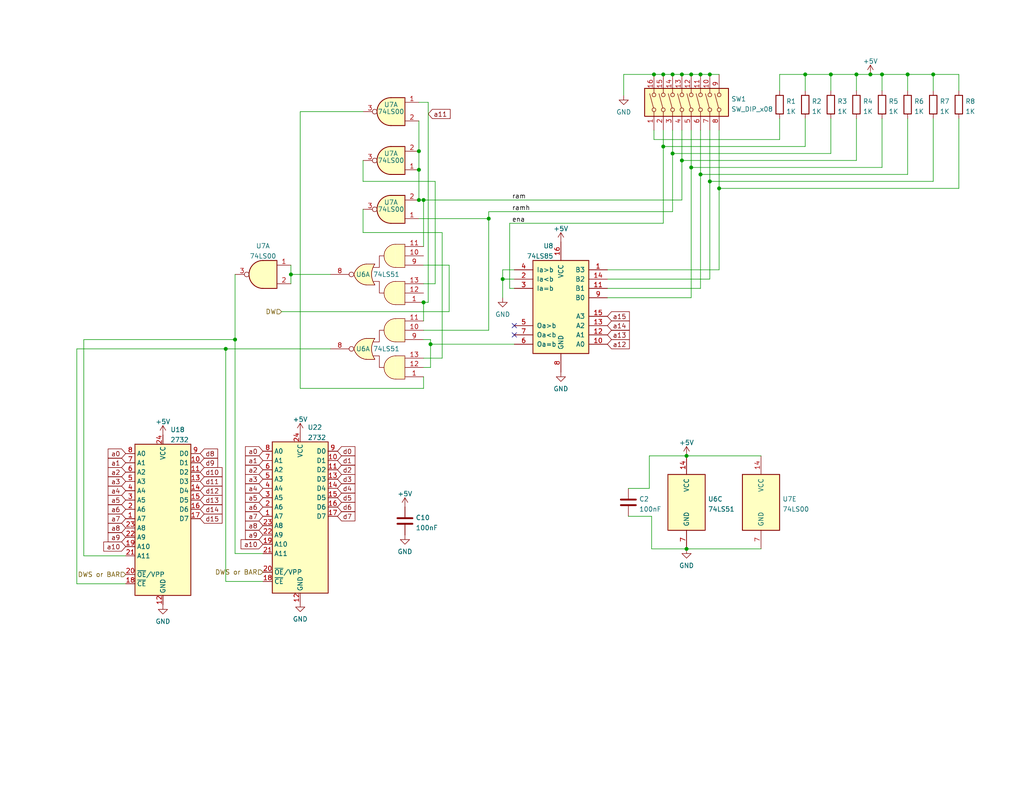
<source format=kicad_sch>
(kicad_sch (version 20211123) (generator eeschema)
  (paper "A")
  (lib_symbols
    (symbol "2732_1"
      (property "Reference" "U" (at -7.62 21.59 0))
      (property "Value" "2732_1" (at 2.54 -22.225 0))
      (symbol "2732_1_1_1"
        (rectangle (start -7.62 20.32) (end 7.62 -20.955) (stroke (width 0.254)) (fill (type background)))
        (pin input line (at -10.16 0 0) (length 2.54) (name "A7") (number "1"))
        (pin tri_state line (at 10.16 15.24 180) (length 2.54) (name "D1") (number "10"))
        (pin tri_state line (at 10.16 12.7 180) (length 2.54) (name "D2") (number "11"))
        (pin power_in line (at 0 -23.495 90) (length 2.54) (name "GND") (number "12"))
        (pin tri_state line (at 10.16 10.16 180) (length 2.54) (name "D3") (number "13"))
        (pin tri_state line (at 10.16 7.62 180) (length 2.54) (name "D4") (number "14"))
        (pin tri_state line (at 10.16 5.08 180) (length 2.54) (name "D5") (number "15"))
        (pin tri_state line (at 10.16 2.54 180) (length 2.54) (name "D6") (number "16"))
        (pin tri_state line (at 10.16 0 180) (length 2.54) (name "D7") (number "17"))
        (pin input line (at -10.16 -17.78 0) (length 2.54) (name "~{CE}") (number "18"))
        (pin input line (at -10.16 -7.62 0) (length 2.54) (name "A10") (number "19"))
        (pin input line (at -10.16 2.54 0) (length 2.54) (name "A6") (number "2"))
        (pin input line (at -10.16 -15.24 0) (length 2.54) (name "~{OE}/VPP") (number "20"))
        (pin input line (at -10.16 -10.16 0) (length 2.54) (name "A11") (number "21"))
        (pin input line (at -10.16 -5.08 0) (length 2.54) (name "A9") (number "22"))
        (pin input line (at -10.16 -2.54 0) (length 2.54) (name "A8") (number "23"))
        (pin power_in line (at 0 22.86 270) (length 2.54) (name "VCC") (number "24"))
        (pin input line (at -10.16 5.08 0) (length 2.54) (name "A5") (number "3"))
        (pin input line (at -10.16 7.62 0) (length 2.54) (name "A4") (number "4"))
        (pin input line (at -10.16 10.16 0) (length 2.54) (name "A3") (number "5"))
        (pin input line (at -10.16 12.7 0) (length 2.54) (name "A2") (number "6"))
        (pin input line (at -10.16 15.24 0) (length 2.54) (name "A1") (number "7"))
        (pin input line (at -10.16 17.78 0) (length 2.54) (name "A0") (number "8"))
        (pin tri_state line (at 10.16 17.78 180) (length 2.54) (name "D0") (number "9"))
      )
    )
    (symbol "2732_2"
      (property "Reference" "U" (at -7.62 21.59 0))
      (property "Value" "2732_2" (at 2.54 -22.225 0))
      (symbol "2732_2_1_1"
        (rectangle (start -7.62 20.32) (end 7.62 -20.955) (stroke (width 0.254)) (fill (type background)))
        (pin input line (at -10.16 0 0) (length 2.54) (name "A7") (number "1"))
        (pin tri_state line (at 10.16 15.24 180) (length 2.54) (name "D1") (number "10"))
        (pin tri_state line (at 10.16 12.7 180) (length 2.54) (name "D2") (number "11"))
        (pin power_in line (at 0 -23.495 90) (length 2.54) (name "GND") (number "12"))
        (pin tri_state line (at 10.16 10.16 180) (length 2.54) (name "D3") (number "13"))
        (pin tri_state line (at 10.16 7.62 180) (length 2.54) (name "D4") (number "14"))
        (pin tri_state line (at 10.16 5.08 180) (length 2.54) (name "D5") (number "15"))
        (pin tri_state line (at 10.16 2.54 180) (length 2.54) (name "D6") (number "16"))
        (pin tri_state line (at 10.16 0 180) (length 2.54) (name "D7") (number "17"))
        (pin input line (at -10.16 -17.78 0) (length 2.54) (name "~{CE}") (number "18"))
        (pin input line (at -10.16 -7.62 0) (length 2.54) (name "A10") (number "19"))
        (pin input line (at -10.16 2.54 0) (length 2.54) (name "A6") (number "2"))
        (pin input line (at -10.16 -15.24 0) (length 2.54) (name "~{OE}/VPP") (number "20"))
        (pin input line (at -10.16 -10.16 0) (length 2.54) (name "A11") (number "21"))
        (pin input line (at -10.16 -5.08 0) (length 2.54) (name "A9") (number "22"))
        (pin input line (at -10.16 -2.54 0) (length 2.54) (name "A8") (number "23"))
        (pin power_in line (at 0 22.86 270) (length 2.54) (name "VCC") (number "24"))
        (pin input line (at -10.16 5.08 0) (length 2.54) (name "A5") (number "3"))
        (pin input line (at -10.16 7.62 0) (length 2.54) (name "A4") (number "4"))
        (pin input line (at -10.16 10.16 0) (length 2.54) (name "A3") (number "5"))
        (pin input line (at -10.16 12.7 0) (length 2.54) (name "A2") (number "6"))
        (pin input line (at -10.16 15.24 0) (length 2.54) (name "A1") (number "7"))
        (pin input line (at -10.16 17.78 0) (length 2.54) (name "A0") (number "8"))
        (pin tri_state line (at 10.16 17.78 180) (length 2.54) (name "D0") (number "9"))
      )
    )
    (symbol "74xx:74LS00" (pin_names (offset 1.016))
      (property "Reference" "U" (at 0 1.27 0))
      (property "Value" "74LS00" (at 0 -1.27 0))
      (symbol "74LS00_1_1"
        (arc (start 0 -3.81) (mid 3.81 0) (end 0 3.81) (stroke (width 0.254)) (fill (type background)))
        (polyline (pts (xy 0 3.81) (xy -3.81 3.81) (xy -3.81 -3.81) (xy 0 -3.81)) (stroke (width 0.254)) (fill (type background)))
        (pin input line (at -7.62 2.54 0) (length 3.81) (name "~") (number "1"))
        (pin input line (at -7.62 -2.54 0) (length 3.81) (name "~") (number "2"))
        (pin output inverted (at 7.62 0 180) (length 3.81) (name "~") (number "3"))
      )
      (symbol "74LS00_1_2"
        (arc (start -3.81 -3.81) (mid -2.589 0) (end -3.81 3.81) (stroke (width 0.254)))
        (arc (start -0.6096 -3.81) (mid 2.1855 -2.584) (end 3.81 0) (stroke (width 0.254)) (fill (type background)))
        (polyline (pts (xy -3.81 -3.81) (xy -0.635 -3.81)) (stroke (width 0.254)) (fill (type background)))
        (polyline (pts (xy -3.81 3.81) (xy -0.635 3.81)) (stroke (width 0.254)) (fill (type background)))
        (polyline (pts (xy -0.635 3.81) (xy -3.81 3.81) (xy -3.81 3.81) (xy -3.556 3.4036) (xy -3.0226 2.2606) (xy -2.6924 1.0414) (xy -2.6162 -0.254) (xy -2.7686 -1.4986) (xy -3.175 -2.7178) (xy -3.81 -3.81) (xy -3.81 -3.81) (xy -0.635 -3.81)) (stroke (width -25.4)) (fill (type background)))
        (arc (start 3.81 0) (mid 2.1928 2.5925) (end -0.6096 3.81) (stroke (width 0.254)) (fill (type background)))
        (pin input inverted (at -7.62 2.54 0) (length 4.318) (name "~") (number "1"))
        (pin input inverted (at -7.62 -2.54 0) (length 4.318) (name "~") (number "2"))
        (pin output line (at 7.62 0 180) (length 3.81) (name "~") (number "3"))
      )
      (symbol "74LS00_2_1"
        (arc (start 0 -3.81) (mid 3.81 0) (end 0 3.81) (stroke (width 0.254)) (fill (type background)))
        (polyline (pts (xy 0 3.81) (xy -3.81 3.81) (xy -3.81 -3.81) (xy 0 -3.81)) (stroke (width 0.254)) (fill (type background)))
        (pin input line (at -7.62 2.54 0) (length 3.81) (name "~") (number "4"))
        (pin input line (at -7.62 -2.54 0) (length 3.81) (name "~") (number "5"))
        (pin output inverted (at 7.62 0 180) (length 3.81) (name "~") (number "6"))
      )
      (symbol "74LS00_2_2"
        (arc (start -3.81 -3.81) (mid -2.589 0) (end -3.81 3.81) (stroke (width 0.254)))
        (arc (start -0.6096 -3.81) (mid 2.1855 -2.584) (end 3.81 0) (stroke (width 0.254)) (fill (type background)))
        (polyline (pts (xy -3.81 -3.81) (xy -0.635 -3.81)) (stroke (width 0.254)) (fill (type background)))
        (polyline (pts (xy -3.81 3.81) (xy -0.635 3.81)) (stroke (width 0.254)) (fill (type background)))
        (polyline (pts (xy -0.635 3.81) (xy -3.81 3.81) (xy -3.81 3.81) (xy -3.556 3.4036) (xy -3.0226 2.2606) (xy -2.6924 1.0414) (xy -2.6162 -0.254) (xy -2.7686 -1.4986) (xy -3.175 -2.7178) (xy -3.81 -3.81) (xy -3.81 -3.81) (xy -0.635 -3.81)) (stroke (width -25.4)) (fill (type background)))
        (arc (start 3.81 0) (mid 2.1928 2.5925) (end -0.6096 3.81) (stroke (width 0.254)) (fill (type background)))
        (pin input inverted (at -7.62 2.54 0) (length 4.318) (name "~") (number "4"))
        (pin input inverted (at -7.62 -2.54 0) (length 4.318) (name "~") (number "5"))
        (pin output line (at 7.62 0 180) (length 3.81) (name "~") (number "6"))
      )
      (symbol "74LS00_3_1"
        (arc (start 0 -3.81) (mid 3.81 0) (end 0 3.81) (stroke (width 0.254)) (fill (type background)))
        (polyline (pts (xy 0 3.81) (xy -3.81 3.81) (xy -3.81 -3.81) (xy 0 -3.81)) (stroke (width 0.254)) (fill (type background)))
        (pin input line (at -7.62 -2.54 0) (length 3.81) (name "~") (number "10"))
        (pin output inverted (at 7.62 0 180) (length 3.81) (name "~") (number "8"))
        (pin input line (at -7.62 2.54 0) (length 3.81) (name "~") (number "9"))
      )
      (symbol "74LS00_3_2"
        (arc (start -3.81 -3.81) (mid -2.589 0) (end -3.81 3.81) (stroke (width 0.254)))
        (arc (start -0.6096 -3.81) (mid 2.1855 -2.584) (end 3.81 0) (stroke (width 0.254)) (fill (type background)))
        (polyline (pts (xy -3.81 -3.81) (xy -0.635 -3.81)) (stroke (width 0.254)) (fill (type background)))
        (polyline (pts (xy -3.81 3.81) (xy -0.635 3.81)) (stroke (width 0.254)) (fill (type background)))
        (polyline (pts (xy -0.635 3.81) (xy -3.81 3.81) (xy -3.81 3.81) (xy -3.556 3.4036) (xy -3.0226 2.2606) (xy -2.6924 1.0414) (xy -2.6162 -0.254) (xy -2.7686 -1.4986) (xy -3.175 -2.7178) (xy -3.81 -3.81) (xy -3.81 -3.81) (xy -0.635 -3.81)) (stroke (width -25.4)) (fill (type background)))
        (arc (start 3.81 0) (mid 2.1928 2.5925) (end -0.6096 3.81) (stroke (width 0.254)) (fill (type background)))
        (pin input inverted (at -7.62 -2.54 0) (length 4.318) (name "~") (number "10"))
        (pin output line (at 7.62 0 180) (length 3.81) (name "~") (number "8"))
        (pin input inverted (at -7.62 2.54 0) (length 4.318) (name "~") (number "9"))
      )
      (symbol "74LS00_4_1"
        (arc (start 0 -3.81) (mid 3.81 0) (end 0 3.81) (stroke (width 0.254)) (fill (type background)))
        (polyline (pts (xy 0 3.81) (xy -3.81 3.81) (xy -3.81 -3.81) (xy 0 -3.81)) (stroke (width 0.254)) (fill (type background)))
        (pin output inverted (at 7.62 0 180) (length 3.81) (name "~") (number "11"))
        (pin input line (at -7.62 2.54 0) (length 3.81) (name "~") (number "12"))
        (pin input line (at -7.62 -2.54 0) (length 3.81) (name "~") (number "13"))
      )
      (symbol "74LS00_4_2"
        (arc (start -3.81 -3.81) (mid -2.589 0) (end -3.81 3.81) (stroke (width 0.254)))
        (arc (start -0.6096 -3.81) (mid 2.1855 -2.584) (end 3.81 0) (stroke (width 0.254)) (fill (type background)))
        (polyline (pts (xy -3.81 -3.81) (xy -0.635 -3.81)) (stroke (width 0.254)) (fill (type background)))
        (polyline (pts (xy -3.81 3.81) (xy -0.635 3.81)) (stroke (width 0.254)) (fill (type background)))
        (polyline (pts (xy -0.635 3.81) (xy -3.81 3.81) (xy -3.81 3.81) (xy -3.556 3.4036) (xy -3.0226 2.2606) (xy -2.6924 1.0414) (xy -2.6162 -0.254) (xy -2.7686 -1.4986) (xy -3.175 -2.7178) (xy -3.81 -3.81) (xy -3.81 -3.81) (xy -0.635 -3.81)) (stroke (width -25.4)) (fill (type background)))
        (arc (start 3.81 0) (mid 2.1928 2.5925) (end -0.6096 3.81) (stroke (width 0.254)) (fill (type background)))
        (pin output line (at 7.62 0 180) (length 3.81) (name "~") (number "11"))
        (pin input inverted (at -7.62 2.54 0) (length 4.318) (name "~") (number "12"))
        (pin input inverted (at -7.62 -2.54 0) (length 4.318) (name "~") (number "13"))
      )
      (symbol "74LS00_5_0"
        (pin power_in line (at 0 12.7 270) (length 5.08) (name "VCC") (number "14"))
        (pin power_in line (at 0 -12.7 90) (length 5.08) (name "GND") (number "7"))
      )
      (symbol "74LS00_5_1"
        (rectangle (start -5.08 7.62) (end 5.08 -7.62) (stroke (width 0.254)) (fill (type background)))
      )
    )
    (symbol "74xx:74LS51" (pin_names (offset 1.016))
      (property "Reference" "U" (at -7.62 10.16 0))
      (property "Value" "74LS51" (at -7.62 -10.16 0))
      (symbol "74LS51_1_0"
        (arc (start -5.08 -8.255) (mid -1.905 -5.08) (end -5.08 -1.905) (fill (type background)))
        (arc (start -5.08 1.905) (mid -1.905 5.08) (end -5.08 8.255) (fill (type background)))
        (polyline (pts (xy -5.08 -1.905) (xy -7.62 -1.905) (xy -7.62 -8.255) (xy -5.08 -8.255)) (fill (type background)))
        (polyline (pts (xy -5.08 1.905) (xy -7.62 1.905) (xy -7.62 8.255) (xy -5.08 8.255)) (fill (type background)))
        (polyline (pts (xy -1.905 -5.08) (xy -0.635 -5.08) (xy -0.635 -1.905) (xy 1.016 -1.905)))
        (polyline (pts (xy -1.905 5.08) (xy -0.635 5.08) (xy -0.635 1.905) (xy 1.016 1.905)))
        (polyline (pts (xy 2.9718 2.8702) (xy 0.5842 2.8702) (xy 0.5842 2.8448) (xy 0.635 2.7432) (xy 0.7112 2.6416) (xy 0.762 2.54) (xy 0.8382 2.4384) (xy 0.889 2.3114) (xy 0.9652 2.2098) (xy 1.016 2.0828) (xy 1.0668 1.9812) (xy 1.1176 1.8542) (xy 1.1684 1.7526) (xy 1.2192 1.6256) (xy 1.2446 1.4986) (xy 1.2954 1.3716) (xy 1.3208 1.27) (xy 1.3462 1.143) (xy 1.3716 1.016) (xy 1.397 0.889) (xy 1.4224 0.762) (xy 1.4478 0.635) (xy 1.4478 0.508) (xy 1.4732 0.381) (xy 1.4732 0.254) (xy 1.4732 0.127) (xy 1.4732 0) (xy 1.4732 -0.127) (xy 1.4732 -0.254) (xy 1.4732 -0.381) (xy 1.4732 -0.508) (xy 1.4478 -0.635) (xy 1.4224 -0.762) (xy 1.397 -0.889) (xy 1.397 -1.016) (xy 1.3462 -1.143) (xy 1.3208 -1.2446) (xy 1.2954 -1.3716) (xy 1.2446 -1.4986) (xy 1.2192 -1.6256) (xy 1.1684 -1.7272) (xy 1.1176 -1.8542) (xy 1.0668 -1.9812) (xy 1.016 -2.0828) (xy 0.9652 -2.2098) (xy 0.9144 -2.3114) (xy 0.8636 -2.4384) (xy 0.7874 -2.54) (xy 0.7112 -2.6416) (xy 0.6604 -2.7432) (xy 0.5842 -2.8448) (xy 0.5842 -2.8448) (xy 2.9718 -2.8448)) (stroke (width 0.1778)) (fill (type background)))
        (arc (start 2.9718 -2.8448) (mid 5.0797 -1.9419) (end 6.2992 0) (stroke (width 0.1778)) (fill (type background)))
        (arc (start 6.2992 0) (mid 5.0758 1.9455) (end 2.9718 2.8702) (stroke (width 0.1778)) (fill (type background)))
        (circle (center 6.985 0) (radius 0.635))
        (pin input line (at -12.7 7.62 0) (length 5.08) (name "~") (number "1"))
        (pin input line (at -12.7 -5.08 0) (length 5.08) (name "~") (number "10"))
        (pin input line (at -12.7 -7.62 0) (length 5.08) (name "~") (number "11"))
        (pin input line (at -12.7 5.08 0) (length 5.08) (name "~") (number "12"))
        (pin input line (at -12.7 2.54 0) (length 5.08) (name "~") (number "13"))
        (pin output line (at 12.7 0 180) (length 5.08) (name "~") (number "8"))
        (pin input line (at -12.7 -2.54 0) (length 5.08) (name "~") (number "9"))
      )
      (symbol "74LS51_2_0"
        (arc (start -5.08 -8.255) (mid -1.905 -5.08) (end -5.08 -1.905) (fill (type background)))
        (arc (start -5.08 1.905) (mid -1.905 5.08) (end -5.08 8.255) (fill (type background)))
        (polyline (pts (xy -5.08 -1.905) (xy -7.62 -1.905) (xy -7.62 -8.255) (xy -5.08 -8.255)) (fill (type background)))
        (polyline (pts (xy -5.08 1.905) (xy -7.62 1.905) (xy -7.62 8.255) (xy -5.08 8.255)) (fill (type background)))
        (polyline (pts (xy -1.905 -5.08) (xy -0.635 -5.08) (xy -0.635 -1.905) (xy 1.016 -1.905)))
        (polyline (pts (xy -1.905 5.08) (xy -0.635 5.08) (xy -0.635 1.905) (xy 1.016 1.905)))
        (polyline (pts (xy 2.9718 2.8702) (xy 0.5842 2.8702) (xy 0.5842 2.8448) (xy 0.635 2.7432) (xy 0.7112 2.6416) (xy 0.762 2.54) (xy 0.8382 2.4384) (xy 0.889 2.3114) (xy 0.9652 2.2098) (xy 1.016 2.0828) (xy 1.0668 1.9812) (xy 1.1176 1.8542) (xy 1.1684 1.7526) (xy 1.2192 1.6256) (xy 1.2446 1.4986) (xy 1.2954 1.3716) (xy 1.3208 1.27) (xy 1.3462 1.143) (xy 1.3716 1.016) (xy 1.397 0.889) (xy 1.4224 0.762) (xy 1.4478 0.635) (xy 1.4478 0.508) (xy 1.4732 0.381) (xy 1.4732 0.254) (xy 1.4732 0.127) (xy 1.4732 0) (xy 1.4732 -0.127) (xy 1.4732 -0.254) (xy 1.4732 -0.381) (xy 1.4732 -0.508) (xy 1.4478 -0.635) (xy 1.4224 -0.762) (xy 1.397 -0.889) (xy 1.397 -1.016) (xy 1.3462 -1.143) (xy 1.3208 -1.2446) (xy 1.2954 -1.3716) (xy 1.2446 -1.4986) (xy 1.2192 -1.6256) (xy 1.1684 -1.7272) (xy 1.1176 -1.8542) (xy 1.0668 -1.9812) (xy 1.016 -2.0828) (xy 0.9652 -2.2098) (xy 0.9144 -2.3114) (xy 0.8636 -2.4384) (xy 0.7874 -2.54) (xy 0.7112 -2.6416) (xy 0.6604 -2.7432) (xy 0.5842 -2.8448) (xy 0.5842 -2.8448) (xy 2.9718 -2.8448)) (stroke (width 0.1778)) (fill (type background)))
        (arc (start 2.9718 -2.8448) (mid 5.0797 -1.9419) (end 6.2992 0) (stroke (width 0.1778)) (fill (type background)))
        (arc (start 6.2992 0) (mid 5.0758 1.9455) (end 2.9718 2.8702) (stroke (width 0.1778)) (fill (type background)))
        (circle (center 6.985 0) (radius 0.635))
        (pin input line (at -12.7 7.62 0) (length 5.08) (name "~") (number "2"))
        (pin input line (at -12.7 2.54 0) (length 5.08) (name "~") (number "3"))
        (pin input line (at -12.7 -2.54 0) (length 5.08) (name "~") (number "4"))
        (pin input line (at -12.7 -7.62 0) (length 5.08) (name "~") (number "5"))
        (pin output line (at 12.7 0 180) (length 5.08) (name "~") (number "6"))
      )
      (symbol "74LS51_3_0"
        (pin power_in line (at 0 12.7 270) (length 5.08) (name "VCC") (number "14"))
        (pin power_in line (at 0 -12.7 90) (length 5.08) (name "GND") (number "7"))
      )
      (symbol "74LS51_3_1"
        (rectangle (start -5.08 7.62) (end 5.08 -7.62) (stroke (width 0.254)) (fill (type background)))
      )
    )
    (symbol "74xx:74LS85" (pin_names (offset 1.016))
      (property "Reference" "U" (at -7.62 13.97 0))
      (property "Value" "74LS85" (at -7.62 -13.97 0))
      (symbol "74LS85_1_0"
        (pin input line (at -12.7 10.16 0) (length 5.08) (name "B3") (number "1"))
        (pin input line (at -12.7 -10.16 0) (length 5.08) (name "A0") (number "10"))
        (pin input line (at -12.7 5.08 0) (length 5.08) (name "B1") (number "11"))
        (pin input line (at -12.7 -7.62 0) (length 5.08) (name "A1") (number "12"))
        (pin input line (at -12.7 -5.08 0) (length 5.08) (name "A2") (number "13"))
        (pin input line (at -12.7 7.62 0) (length 5.08) (name "B2") (number "14"))
        (pin input line (at -12.7 -2.54 0) (length 5.08) (name "A3") (number "15"))
        (pin power_in line (at 0 17.78 270) (length 5.08) (name "VCC") (number "16"))
        (pin input line (at 12.7 7.62 180) (length 5.08) (name "Ia<b") (number "2"))
        (pin input line (at 12.7 5.08 180) (length 5.08) (name "Ia=b") (number "3"))
        (pin input line (at 12.7 10.16 180) (length 5.08) (name "Ia>b") (number "4"))
        (pin output line (at 12.7 -5.08 180) (length 5.08) (name "Oa>b") (number "5"))
        (pin output line (at 12.7 -10.16 180) (length 5.08) (name "Oa=b") (number "6"))
        (pin output line (at 12.7 -7.62 180) (length 5.08) (name "Oa<b") (number "7"))
        (pin power_in line (at 0 -17.78 90) (length 5.08) (name "GND") (number "8"))
        (pin input line (at -12.7 2.54 0) (length 5.08) (name "B0") (number "9"))
      )
      (symbol "74LS85_1_1"
        (rectangle (start -7.62 12.7) (end 7.62 -12.7) (stroke (width 0.254)) (fill (type background)))
      )
    )
    (symbol "Device:C" (pin_numbers hide) (pin_names (offset 0.254))
      (property "Reference" "C" (at 0.635 2.54 0))
      (property "Value" "C" (at 0.635 -2.54 0))
      (symbol "C_0_1"
        (polyline (pts (xy -2.032 -0.762) (xy 2.032 -0.762)) (stroke (width 0.508)))
        (polyline (pts (xy -2.032 0.762) (xy 2.032 0.762)) (stroke (width 0.508)))
      )
      (symbol "C_1_1"
        (pin passive line (at 0 3.81 270) (length 2.794) (name "~") (number "1"))
        (pin passive line (at 0 -3.81 90) (length 2.794) (name "~") (number "2"))
      )
    )
    (symbol "Device:R" (pin_numbers hide) (pin_names (offset 0))
      (property "Reference" "R" (at 2.032 0 90))
      (property "Value" "R" (at 0 0 90))
      (symbol "R_0_1"
        (rectangle (start -1.016 -2.54) (end 1.016 2.54) (stroke (width 0.254)))
      )
      (symbol "R_1_1"
        (pin passive line (at 0 3.81 270) (length 1.27) (name "~") (number "1"))
        (pin passive line (at 0 -3.81 90) (length 1.27) (name "~") (number "2"))
      )
    )
    (symbol "Switch:SW_DIP_x08" (pin_names (offset 0) hide)
      (property "Reference" "SW" (at 0 13.97 0))
      (property "Value" "SW_DIP_x08" (at 0 -11.43 0))
      (symbol "SW_DIP_x08_0_0"
        (circle (center -2.032 -7.62) (radius 0.508))
        (circle (center -2.032 -5.08) (radius 0.508))
        (circle (center -2.032 -2.54) (radius 0.508))
        (circle (center -2.032 0) (radius 0.508))
        (circle (center -2.032 2.54) (radius 0.508))
        (circle (center -2.032 5.08) (radius 0.508))
        (circle (center -2.032 7.62) (radius 0.508))
        (circle (center -2.032 10.16) (radius 0.508))
        (polyline (pts (xy -1.524 -7.4676) (xy 2.3622 -6.4262)))
        (polyline (pts (xy -1.524 -4.9276) (xy 2.3622 -3.8862)))
        (polyline (pts (xy -1.524 -2.3876) (xy 2.3622 -1.3462)))
        (polyline (pts (xy -1.524 0.127) (xy 2.3622 1.1684)))
        (polyline (pts (xy -1.524 2.667) (xy 2.3622 3.7084)))
        (polyline (pts (xy -1.524 5.207) (xy 2.3622 6.2484)))
        (polyline (pts (xy -1.524 7.747) (xy 2.3622 8.7884)))
        (polyline (pts (xy -1.524 10.287) (xy 2.3622 11.3284)))
        (circle (center 2.032 -7.62) (radius 0.508))
        (circle (center 2.032 -5.08) (radius 0.508))
        (circle (center 2.032 -2.54) (radius 0.508))
        (circle (center 2.032 0) (radius 0.508))
        (circle (center 2.032 2.54) (radius 0.508))
        (circle (center 2.032 5.08) (radius 0.508))
        (circle (center 2.032 7.62) (radius 0.508))
        (circle (center 2.032 10.16) (radius 0.508))
      )
      (symbol "SW_DIP_x08_0_1"
        (rectangle (start -3.81 12.7) (end 3.81 -10.16) (stroke (width 0.254)) (fill (type background)))
      )
      (symbol "SW_DIP_x08_1_1"
        (pin passive line (at -7.62 10.16 0) (length 5.08) (name "~") (number "1"))
        (pin passive line (at 7.62 -5.08 180) (length 5.08) (name "~") (number "10"))
        (pin passive line (at 7.62 -2.54 180) (length 5.08) (name "~") (number "11"))
        (pin passive line (at 7.62 0 180) (length 5.08) (name "~") (number "12"))
        (pin passive line (at 7.62 2.54 180) (length 5.08) (name "~") (number "13"))
        (pin passive line (at 7.62 5.08 180) (length 5.08) (name "~") (number "14"))
        (pin passive line (at 7.62 7.62 180) (length 5.08) (name "~") (number "15"))
        (pin passive line (at 7.62 10.16 180) (length 5.08) (name "~") (number "16"))
        (pin passive line (at -7.62 7.62 0) (length 5.08) (name "~") (number "2"))
        (pin passive line (at -7.62 5.08 0) (length 5.08) (name "~") (number "3"))
        (pin passive line (at -7.62 2.54 0) (length 5.08) (name "~") (number "4"))
        (pin passive line (at -7.62 0 0) (length 5.08) (name "~") (number "5"))
        (pin passive line (at -7.62 -2.54 0) (length 5.08) (name "~") (number "6"))
        (pin passive line (at -7.62 -5.08 0) (length 5.08) (name "~") (number "7"))
        (pin passive line (at -7.62 -7.62 0) (length 5.08) (name "~") (number "8"))
        (pin passive line (at 7.62 -7.62 180) (length 5.08) (name "~") (number "9"))
      )
    )
    (symbol "power:+5V" (power) (pin_names (offset 0))
      (property "Value" "+5V" (at 0 3.556 0))
      (symbol "+5V_0_1"
        (polyline (pts (xy -0.762 1.27) (xy 0 2.54)))
        (polyline (pts (xy 0 0) (xy 0 2.54)))
        (polyline (pts (xy 0 2.54) (xy 0.762 1.27)))
      )
      (symbol "+5V_1_1"
        (pin power_in line (at 0 0 90) (length 0) hide (name "+5V") (number "1"))
      )
    )
    (symbol "power:GND" (power) (pin_names (offset 0))
      (property "Value" "GND" (at 0 -3.81 0))
      (symbol "GND_0_1"
        (polyline (pts (xy 0 0) (xy 0 -1.27) (xy 1.27 -1.27) (xy 0 -2.54) (xy -1.27 -1.27) (xy 0 -1.27)))
      )
      (symbol "GND_1_1"
        (pin power_in line (at 0 0 270) (length 0) hide (name "GND") (number "1"))
      )
    )
  )
  (junction (at 133.35 59.69))
  (junction (at 254.635 20.32))
  (junction (at 64.135 92.71))
  (junction (at 233.68 20.32))
  (junction (at 183.515 20.32))
  (junction (at 219.71 20.32))
  (junction (at 178.435 20.32))
  (junction (at 187.325 149.86))
  (junction (at 186.055 43.815))
  (junction (at 180.975 40.005))
  (junction (at 114.3 41.275))
  (junction (at 188.595 45.72))
  (junction (at 115.57 54.61))
  (junction (at 115.57 82.55))
  (junction (at 137.16 76.2))
  (junction (at 186.055 20.32))
  (junction (at 193.675 20.32))
  (junction (at 191.135 47.625))
  (junction (at 247.65 20.32))
  (junction (at 61.595 95.25))
  (junction (at 117.475 93.98))
  (junction (at 114.3 54.61))
  (junction (at 79.375 74.93))
  (junction (at 237.49 20.32))
  (junction (at 226.695 20.32))
  (junction (at 188.595 20.32))
  (junction (at 193.675 49.53))
  (junction (at 191.135 20.32))
  (junction (at 183.515 41.91))
  (junction (at 196.215 51.435))
  (junction (at 180.975 20.32))
  (junction (at 114.3 46.355))
  (junction (at 240.665 20.32))
  (junction (at 187.325 124.46))
  (no_connect (at 140.335 88.9))
  (no_connect (at 140.335 91.44))
  (wire (pts (xy 188.595 45.72) (xy 240.665 45.72)))
  (wire (pts (xy 188.595 20.32) (xy 186.055 20.32)))
  (wire (pts (xy 133.35 57.785) (xy 133.35 59.69)))
  (wire (pts (xy 212.725 24.765) (xy 212.725 20.32)))
  (wire (pts (xy 261.62 51.435) (xy 196.215 51.435)))
  (wire (pts (xy 196.215 20.32) (xy 193.675 20.32)))
  (wire (pts (xy 137.16 76.2) (xy 140.335 76.2)))
  (wire (pts (xy 219.71 32.385) (xy 219.71 40.005)))
  (wire (pts (xy 254.635 20.32) (xy 261.62 20.32)))
  (wire (pts (xy 212.725 20.32) (xy 219.71 20.32)))
  (wire (pts (xy 193.675 20.32) (xy 191.135 20.32)))
  (wire (pts (xy 139.065 60.96) (xy 180.975 60.96)))
  (wire (pts (xy 177.8 149.86) (xy 177.8 140.97)))
  (wire (pts (xy 193.675 49.53) (xy 193.675 76.2)))
  (wire (pts (xy 254.635 32.385) (xy 254.635 49.53)))
  (wire (pts (xy 64.135 92.71) (xy 22.86 92.71)))
  (wire (pts (xy 114.3 46.355) (xy 114.3 54.61)))
  (wire (pts (xy 183.515 57.785) (xy 183.515 41.91)))
  (wire (pts (xy 117.475 93.98) (xy 140.335 93.98)))
  (wire (pts (xy 120.65 97.79) (xy 115.57 97.79)))
  (wire (pts (xy 115.57 82.55) (xy 115.57 87.63)))
  (wire (pts (xy 247.65 20.32) (xy 254.635 20.32)))
  (wire (pts (xy 226.695 41.91) (xy 226.695 32.385)))
  (wire (pts (xy 196.215 73.66) (xy 165.735 73.66)))
  (wire (pts (xy 79.375 72.39) (xy 79.375 74.93)))
  (wire (pts (xy 61.595 158.75) (xy 71.755 158.75)))
  (wire (pts (xy 64.135 92.71) (xy 64.135 151.13)))
  (wire (pts (xy 226.695 20.32) (xy 226.695 24.765)))
  (wire (pts (xy 191.135 35.56) (xy 191.135 47.625)))
  (wire (pts (xy 170.18 20.32) (xy 170.18 26.035)))
  (wire (pts (xy 20.955 95.25) (xy 20.955 159.385)))
  (wire (pts (xy 237.49 20.32) (xy 240.665 20.32)))
  (wire (pts (xy 178.435 35.56) (xy 178.435 38.1)))
  (wire (pts (xy 207.645 149.86) (xy 187.325 149.86)))
  (wire (pts (xy 188.595 45.72) (xy 188.595 81.28)))
  (wire (pts (xy 133.35 59.69) (xy 133.35 90.17)))
  (wire (pts (xy 117.475 92.71) (xy 117.475 93.98)))
  (wire (pts (xy 177.8 140.97) (xy 171.45 140.97)))
  (wire (pts (xy 139.065 78.74) (xy 139.065 60.96)))
  (wire (pts (xy 187.325 149.86) (xy 177.8 149.86)))
  (wire (pts (xy 240.665 45.72) (xy 240.665 32.385)))
  (wire (pts (xy 177.165 124.46) (xy 187.325 124.46)))
  (wire (pts (xy 122.555 72.39) (xy 122.555 85.09)))
  (wire (pts (xy 261.62 20.32) (xy 261.62 24.765)))
  (wire (pts (xy 117.475 93.98) (xy 117.475 100.33)))
  (wire (pts (xy 61.595 95.25) (xy 61.595 158.75)))
  (wire (pts (xy 186.055 20.32) (xy 183.515 20.32)))
  (wire (pts (xy 261.62 32.385) (xy 261.62 51.435)))
  (wire (pts (xy 76.835 85.09) (xy 122.555 85.09)))
  (wire (pts (xy 191.135 47.625) (xy 191.135 78.74)))
  (wire (pts (xy 180.975 20.32) (xy 178.435 20.32)))
  (wire (pts (xy 191.135 20.32) (xy 188.595 20.32)))
  (wire (pts (xy 81.915 106.045) (xy 115.57 106.045)))
  (wire (pts (xy 233.68 20.32) (xy 233.68 24.765)))
  (wire (pts (xy 226.695 20.32) (xy 233.68 20.32)))
  (wire (pts (xy 196.215 35.56) (xy 196.215 51.435)))
  (wire (pts (xy 196.215 51.435) (xy 196.215 73.66)))
  (wire (pts (xy 20.955 159.385) (xy 34.29 159.385)))
  (wire (pts (xy 61.595 95.25) (xy 90.17 95.25)))
  (wire (pts (xy 188.595 81.28) (xy 165.735 81.28)))
  (wire (pts (xy 178.435 38.1) (xy 212.725 38.1)))
  (wire (pts (xy 115.57 92.71) (xy 117.475 92.71)))
  (wire (pts (xy 137.16 73.66) (xy 140.335 73.66)))
  (wire (pts (xy 118.745 77.47) (xy 115.57 77.47)))
  (wire (pts (xy 191.135 78.74) (xy 165.735 78.74)))
  (wire (pts (xy 79.375 74.93) (xy 79.375 77.47)))
  (wire (pts (xy 180.975 40.005) (xy 180.975 35.56)))
  (wire (pts (xy 193.675 35.56) (xy 193.675 49.53)))
  (wire (pts (xy 178.435 20.32) (xy 170.18 20.32)))
  (wire (pts (xy 115.57 54.61) (xy 115.57 67.31)))
  (wire (pts (xy 99.06 63.5) (xy 120.65 63.5)))
  (wire (pts (xy 118.745 49.53) (xy 118.745 77.47)))
  (wire (pts (xy 22.86 151.765) (xy 34.29 151.765)))
  (wire (pts (xy 64.135 74.93) (xy 64.135 92.71)))
  (wire (pts (xy 99.06 49.53) (xy 118.745 49.53)))
  (wire (pts (xy 61.595 95.25) (xy 20.955 95.25)))
  (wire (pts (xy 137.16 76.2) (xy 137.16 73.66)))
  (wire (pts (xy 99.06 43.815) (xy 99.06 49.53)))
  (wire (pts (xy 183.515 41.91) (xy 183.515 35.56)))
  (wire (pts (xy 240.665 24.765) (xy 240.665 20.32)))
  (wire (pts (xy 183.515 20.32) (xy 180.975 20.32)))
  (wire (pts (xy 64.135 151.13) (xy 71.755 151.13)))
  (wire (pts (xy 180.975 40.005) (xy 219.71 40.005)))
  (wire (pts (xy 233.68 32.385) (xy 233.68 43.815)))
  (wire (pts (xy 233.68 43.815) (xy 186.055 43.815)))
  (wire (pts (xy 247.65 24.765) (xy 247.65 20.32)))
  (wire (pts (xy 99.06 57.15) (xy 99.06 63.5)))
  (wire (pts (xy 247.65 47.625) (xy 247.65 32.385)))
  (wire (pts (xy 219.71 20.32) (xy 219.71 24.765)))
  (wire (pts (xy 180.975 60.96) (xy 180.975 40.005)))
  (wire (pts (xy 114.3 59.69) (xy 133.35 59.69)))
  (wire (pts (xy 115.57 106.045) (xy 115.57 102.87)))
  (wire (pts (xy 22.86 92.71) (xy 22.86 151.765)))
  (wire (pts (xy 114.3 27.94) (xy 116.84 27.94)))
  (wire (pts (xy 219.71 20.32) (xy 226.695 20.32)))
  (wire (pts (xy 188.595 35.56) (xy 188.595 45.72)))
  (wire (pts (xy 193.675 49.53) (xy 254.635 49.53)))
  (wire (pts (xy 186.055 54.61) (xy 186.055 43.815)))
  (wire (pts (xy 114.3 33.02) (xy 114.3 41.275)))
  (wire (pts (xy 187.325 124.46) (xy 207.645 124.46)))
  (wire (pts (xy 115.57 54.61) (xy 186.055 54.61)))
  (wire (pts (xy 171.45 133.35) (xy 177.165 133.35)))
  (wire (pts (xy 117.475 100.33) (xy 115.57 100.33)))
  (wire (pts (xy 254.635 24.765) (xy 254.635 20.32)))
  (wire (pts (xy 193.675 76.2) (xy 165.735 76.2)))
  (wire (pts (xy 233.68 20.32) (xy 237.49 20.32)))
  (wire (pts (xy 115.57 90.17) (xy 133.35 90.17)))
  (wire (pts (xy 240.665 20.32) (xy 247.65 20.32)))
  (wire (pts (xy 140.335 78.74) (xy 139.065 78.74)))
  (wire (pts (xy 81.915 30.48) (xy 81.915 106.045)))
  (wire (pts (xy 133.35 57.785) (xy 183.515 57.785)))
  (wire (pts (xy 120.65 63.5) (xy 120.65 97.79)))
  (wire (pts (xy 137.16 81.28) (xy 137.16 76.2)))
  (wire (pts (xy 186.055 43.815) (xy 186.055 35.56)))
  (wire (pts (xy 116.84 27.94) (xy 116.84 82.55)))
  (wire (pts (xy 114.3 54.61) (xy 115.57 54.61)))
  (wire (pts (xy 212.725 38.1) (xy 212.725 32.385)))
  (wire (pts (xy 116.84 82.55) (xy 115.57 82.55)))
  (wire (pts (xy 191.135 47.625) (xy 247.65 47.625)))
  (wire (pts (xy 99.06 30.48) (xy 81.915 30.48)))
  (wire (pts (xy 114.3 41.275) (xy 114.3 46.355)))
  (wire (pts (xy 177.165 133.35) (xy 177.165 124.46)))
  (wire (pts (xy 115.57 72.39) (xy 122.555 72.39)))
  (wire (pts (xy 79.375 74.93) (xy 90.17 74.93)))
  (wire (pts (xy 183.515 41.91) (xy 226.695 41.91)))
  (label "ena" (at 139.7 60.96 0))
  (label "ram" (at 139.7 54.61 0))
  (label "ramh" (at 139.7 57.785 0))
  (global_label "d9" (shape input) (at 54.61 126.365 0) (property "Intersheet References" "${INTERSHEET_REFS}" (effects hide)))
  (global_label "a5" (shape input) (at 71.755 135.89 180) (property "Intersheet References" "${INTERSHEET_REFS}" (effects hide)))
  (global_label "d8" (shape input) (at 54.61 123.825 0) (property "Intersheet References" "${INTERSHEET_REFS}" (effects hide)))
  (global_label "a8" (shape input) (at 71.755 143.51 180) (property "Intersheet References" "${INTERSHEET_REFS}" (effects hide)))
  (global_label "a4" (shape input) (at 71.755 133.35 180) (property "Intersheet References" "${INTERSHEET_REFS}" (effects hide)))
  (global_label "a10" (shape input) (at 71.755 148.59 180) (property "Intersheet References" "${INTERSHEET_REFS}" (effects hide)))
  (global_label "d15" (shape input) (at 54.61 141.605 0) (property "Intersheet References" "${INTERSHEET_REFS}" (effects hide)))
  (global_label "d2" (shape input) (at 92.075 128.27 0) (property "Intersheet References" "${INTERSHEET_REFS}" (effects hide)))
  (global_label "d3" (shape input) (at 92.075 130.81 0) (property "Intersheet References" "${INTERSHEET_REFS}" (effects hide)))
  (global_label "a1" (shape input) (at 71.755 125.73 180) (property "Intersheet References" "${INTERSHEET_REFS}" (effects hide)))
  (global_label "a4" (shape input) (at 34.29 133.985 180) (property "Intersheet References" "${INTERSHEET_REFS}" (effects hide)))
  (global_label "a10" (shape input) (at 34.29 149.225 180) (property "Intersheet References" "${INTERSHEET_REFS}" (effects hide)))
  (global_label "a6" (shape input) (at 71.755 138.43 180) (property "Intersheet References" "${INTERSHEET_REFS}" (effects hide)))
  (global_label "d0" (shape input) (at 92.075 123.19 0) (property "Intersheet References" "${INTERSHEET_REFS}" (effects hide)))
  (global_label "a11" (shape input) (at 116.84 31.115 0) (property "Intersheet References" "${INTERSHEET_REFS}" (effects hide)))
  (global_label "d11" (shape input) (at 54.61 131.445 0) (property "Intersheet References" "${INTERSHEET_REFS}" (effects hide)))
  (global_label "a3" (shape input) (at 71.755 130.81 180) (property "Intersheet References" "${INTERSHEET_REFS}" (effects hide)))
  (global_label "a2" (shape input) (at 71.755 128.27 180) (property "Intersheet References" "${INTERSHEET_REFS}" (effects hide)))
  (global_label "a8" (shape input) (at 34.29 144.145 180) (property "Intersheet References" "${INTERSHEET_REFS}" (effects hide)))
  (global_label "a14" (shape input) (at 165.735 88.9 0) (property "Intersheet References" "${INTERSHEET_REFS}" (effects hide)))
  (global_label "d12" (shape input) (at 54.61 133.985 0) (property "Intersheet References" "${INTERSHEET_REFS}" (effects hide)))
  (global_label "a5" (shape input) (at 34.29 136.525 180) (property "Intersheet References" "${INTERSHEET_REFS}" (effects hide)))
  (global_label "d4" (shape input) (at 92.075 133.35 0) (property "Intersheet References" "${INTERSHEET_REFS}" (effects hide)))
  (global_label "a2" (shape input) (at 34.29 128.905 180) (property "Intersheet References" "${INTERSHEET_REFS}" (effects hide)))
  (global_label "a15" (shape input) (at 165.735 86.36 0) (property "Intersheet References" "${INTERSHEET_REFS}" (effects hide)))
  (global_label "d10" (shape input) (at 54.61 128.905 0) (property "Intersheet References" "${INTERSHEET_REFS}" (effects hide)))
  (global_label "d5" (shape input) (at 92.075 135.89 0) (property "Intersheet References" "${INTERSHEET_REFS}" (effects hide)))
  (global_label "d13" (shape input) (at 54.61 136.525 0) (property "Intersheet References" "${INTERSHEET_REFS}" (effects hide)))
  (global_label "a1" (shape input) (at 34.29 126.365 180) (property "Intersheet References" "${INTERSHEET_REFS}" (effects hide)))
  (global_label "a9" (shape input) (at 34.29 146.685 180) (property "Intersheet References" "${INTERSHEET_REFS}" (effects hide)))
  (global_label "a6" (shape input) (at 34.29 139.065 180) (property "Intersheet References" "${INTERSHEET_REFS}" (effects hide)))
  (global_label "d6" (shape input) (at 92.075 138.43 0) (property "Intersheet References" "${INTERSHEET_REFS}" (effects hide)))
  (global_label "a0" (shape input) (at 71.755 123.19 180) (property "Intersheet References" "${INTERSHEET_REFS}" (effects hide)))
  (global_label "a0" (shape input) (at 34.29 123.825 180) (property "Intersheet References" "${INTERSHEET_REFS}" (effects hide)))
  (global_label "d14" (shape input) (at 54.61 139.065 0) (property "Intersheet References" "${INTERSHEET_REFS}" (effects hide)))
  (global_label "a7" (shape input) (at 71.755 140.97 180) (property "Intersheet References" "${INTERSHEET_REFS}" (effects hide)))
  (global_label "d7" (shape input) (at 92.075 140.97 0) (property "Intersheet References" "${INTERSHEET_REFS}" (effects hide)))
  (global_label "a9" (shape input) (at 71.755 146.05 180) (property "Intersheet References" "${INTERSHEET_REFS}" (effects hide)))
  (global_label "d1" (shape input) (at 92.075 125.73 0) (property "Intersheet References" "${INTERSHEET_REFS}" (effects hide)))
  (global_label "a13" (shape input) (at 165.735 91.44 0) (property "Intersheet References" "${INTERSHEET_REFS}" (effects hide)))
  (global_label "a3" (shape input) (at 34.29 131.445 180) (property "Intersheet References" "${INTERSHEET_REFS}" (effects hide)))
  (global_label "a12" (shape input) (at 165.735 93.98 0) (property "Intersheet References" "${INTERSHEET_REFS}" (effects hide)))
  (global_label "a7" (shape input) (at 34.29 141.605 180) (property "Intersheet References" "${INTERSHEET_REFS}" (effects hide)))
  (hierarchical_label "DWS or BAR" (shape input) (at 34.29 156.845 180))
  (hierarchical_label "DWS or BAR" (shape input) (at 71.755 156.21 180))
  (hierarchical_label "DW" (shape input) (at 76.835 85.09 180))
  (symbol (lib_id "power:+5V") (at 81.915 118.11 0)
    (property "Reference" "#PWR0108" (effects hide))
    (property "Value" "+5V" (at 81.915 114.5055 0))
  )
  (symbol (lib_id "Device:R") (at 254.635 28.575 0)
    (property "Reference" "R7" (at 256.413 27.6665 0) (effects (justify left)))
    (property "Value" "1K" (at 256.413 30.4416 0) (effects (justify left)))
    (property "Footprint" "Resistor_THT:R_Axial_DIN0207_L6.3mm_D2.5mm_P10.16mm_Horizontal" (effects hide))
  )
  (symbol (lib_id "power:GND") (at 137.16 81.28 0) (mirror y)
    (property "Reference" "#PWR019" (effects hide))
    (property "Value" "GND" (at 137.16 85.8425 0))
  )
  (symbol (lib_id "power:+5V") (at 237.49 20.32 0)
    (property "Reference" "#PWR022" (effects hide))
    (property "Value" "+5V" (at 237.49 16.7155 0))
  )
  (symbol (lib_id "74xx:74LS00") (at 106.68 57.15 180)
    (property "Reference" "U7" (at 106.68 55.245 0))
    (property "Value" "74LS00" (at 106.68 57.15 0))
    (property "Footprint" "Package_DIP:DIP-14_W7.62mm" (effects hide))
    (property "Datasheet" "http://www.ti.com/lit/gpn/sn74ls00" (effects hide))
  )
  (symbol (lib_id "Device:R") (at 261.62 28.575 0)
    (property "Reference" "R8" (at 263.398 27.6665 0) (effects (justify left)))
    (property "Value" "1K" (at 263.398 30.4416 0) (effects (justify left)))
    (property "Footprint" "Resistor_THT:R_Axial_DIN0207_L6.3mm_D2.5mm_P10.16mm_Horizontal" (effects hide))
  )
  (symbol (lib_id "Device:R") (at 240.665 28.575 0)
    (property "Reference" "R5" (at 242.443 27.6665 0) (effects (justify left)))
    (property "Value" "1K" (at 242.443 30.4416 0) (effects (justify left)))
    (property "Footprint" "Resistor_THT:R_Axial_DIN0207_L6.3mm_D2.5mm_P10.16mm_Horizontal" (effects hide))
  )
  (symbol (lib_id "power:+5V") (at 110.49 138.43 0)
    (property "Reference" "#PWR0110" (effects hide))
    (property "Value" "+5V" (at 110.49 134.8255 0))
  )
  (symbol (lib_name "2732_2") (lib_id "Evan's misc parts:2732") (at 81.915 140.97 0)
    (property "Reference" "U22" (at 83.9344 116.6835 0) (effects (justify left)))
    (property "Value" "2732" (at 83.9344 119.4586 0) (effects (justify left)))
    (property "Footprint" "Package_DIP:DIP-24_W15.24mm" (effects hide))
    (property "Datasheet" "https://downloads.reactivemicro.com/Electronics/ROM/2732%20EPROM.pdf" (effects hide))
  )
  (symbol (lib_id "74xx:74LS00") (at 106.68 43.815 180)
    (property "Reference" "U7" (at 106.68 41.91 0))
    (property "Value" "74LS00" (at 106.68 43.815 0))
    (property "Footprint" "Package_DIP:DIP-14_W7.62mm" (effects hide))
    (property "Datasheet" "http://www.ti.com/lit/gpn/sn74ls00" (effects hide))
  )
  (symbol (lib_id "Device:R") (at 212.725 28.575 0)
    (property "Reference" "R1" (at 214.503 27.6665 0) (effects (justify left)))
    (property "Value" "1K" (at 214.503 30.4416 0) (effects (justify left)))
    (property "Footprint" "Resistor_THT:R_Axial_DIN0207_L6.3mm_D2.5mm_P10.16mm_Horizontal" (effects hide))
  )
  (symbol (lib_id "power:GND") (at 110.49 146.05 0)
    (property "Reference" "#PWR0109" (effects hide))
    (property "Value" "GND" (at 110.49 150.6125 0))
  )
  (symbol (lib_id "Device:C") (at 171.45 137.16 0)
    (property "Reference" "C2" (at 174.371 136.2515 0) (effects (justify left)))
    (property "Value" "100nF" (at 174.371 139.0266 0) (effects (justify left)))
    (property "Footprint" "Capacitor_THT:C_Disc_D3.8mm_W2.6mm_P2.50mm" (effects hide))
  )
  (symbol (lib_id "Device:R") (at 247.65 28.575 0)
    (property "Reference" "R6" (at 249.428 27.6665 0) (effects (justify left)))
    (property "Value" "1K" (at 249.428 30.4416 0) (effects (justify left)))
    (property "Footprint" "Resistor_THT:R_Axial_DIN0207_L6.3mm_D2.5mm_P10.16mm_Horizontal" (effects hide))
  )
  (symbol (lib_id "power:GND") (at 44.45 165.1 0)
    (property "Reference" "#PWR0105" (effects hide))
    (property "Value" "GND" (at 44.45 169.6625 0))
  )
  (symbol (lib_id "74xx:74LS85") (at 153.035 83.82 0) (mirror y)
    (property "Reference" "U8" (at 151.0156 67.1535 0) (effects (justify left)))
    (property "Value" "74LS85" (at 151.0156 69.9286 0) (effects (justify left)))
    (property "Footprint" "Package_DIP:DIP-16_W7.62mm" (effects hide))
    (property "Datasheet" "http://www.ti.com/lit/gpn/sn74LS85" (effects hide))
  )
  (symbol (lib_id "power:GND") (at 81.915 164.465 0)
    (property "Reference" "#PWR0107" (effects hide))
    (property "Value" "GND" (at 81.915 169.0275 0))
  )
  (symbol (lib_id "74xx:74LS00") (at 71.755 74.93 0) (mirror y)
    (property "Reference" "U7" (at 71.755 67.1535 0))
    (property "Value" "74LS00" (at 71.755 69.9286 0))
    (property "Footprint" "Package_DIP:DIP-14_W7.62mm" (effects hide))
    (property "Datasheet" "http://www.ti.com/lit/gpn/sn74ls00" (effects hide))
  )
  (symbol (lib_id "power:GND") (at 170.18 26.035 0) (mirror y)
    (property "Reference" "#PWR0101" (effects hide))
    (property "Value" "GND" (at 170.18 30.5975 0))
  )
  (symbol (lib_id "74xx:74LS51") (at 102.87 74.93 180)
    (property "Reference" "U6" (at 99.06 74.93 0))
    (property "Value" "74LS51" (at 105.41 74.93 0))
    (property "Footprint" "Package_DIP:DIP-14_W7.62mm" (effects hide))
    (property "Datasheet" "http://www.ti.com/lit/ds/symlink/sn74ls51.pdf" (effects hide))
  )
  (symbol (lib_id "74xx:74LS51") (at 187.325 137.16 0)
    (property "Reference" "U6" (at 193.167 136.2515 0) (effects (justify left)))
    (property "Value" "74LS51" (at 193.167 139.0266 0) (effects (justify left)))
    (property "Footprint" "Package_DIP:DIP-14_W7.62mm" (effects hide))
    (property "Datasheet" "http://www.ti.com/lit/ds/symlink/sn74ls51.pdf" (effects hide))
  )
  (symbol (lib_id "74xx:74LS00") (at 106.68 30.48 0) (mirror y)
    (property "Reference" "U7" (at 106.68 28.575 0))
    (property "Value" "74LS00" (at 106.68 30.48 0))
    (property "Footprint" "Package_DIP:DIP-14_W7.62mm" (effects hide))
    (property "Datasheet" "http://www.ti.com/lit/gpn/sn74ls00" (effects hide))
  )
  (symbol (lib_id "power:+5V") (at 44.45 118.745 0)
    (property "Reference" "#PWR0106" (effects hide))
    (property "Value" "+5V" (at 44.45 115.1405 0))
  )
  (symbol (lib_id "74xx:74LS00") (at 207.645 137.16 0)
    (property "Reference" "U7" (at 213.487 136.2515 0) (effects (justify left)))
    (property "Value" "74LS00" (at 213.487 139.0266 0) (effects (justify left)))
    (property "Footprint" "Package_DIP:DIP-14_W7.62mm" (effects hide))
    (property "Datasheet" "http://www.ti.com/lit/gpn/sn74ls00" (effects hide))
  )
  (symbol (lib_id "power:+5V") (at 187.325 124.46 0)
    (property "Reference" "#PWR024" (effects hide))
    (property "Value" "+5V" (at 187.325 120.8555 0))
  )
  (symbol (lib_id "Device:C") (at 110.49 142.24 0)
    (property "Reference" "C10" (at 113.411 141.3315 0) (effects (justify left)))
    (property "Value" "100nF" (at 113.411 144.1066 0) (effects (justify left)))
    (property "Footprint" "Capacitor_THT:C_Disc_D3.8mm_W2.6mm_P2.50mm" (effects hide))
  )
  (symbol (lib_id "Device:R") (at 219.71 28.575 0)
    (property "Reference" "R2" (at 221.488 27.6665 0) (effects (justify left)))
    (property "Value" "1K" (at 221.488 30.4416 0) (effects (justify left)))
    (property "Footprint" "Resistor_THT:R_Axial_DIN0207_L6.3mm_D2.5mm_P10.16mm_Horizontal" (effects hide))
  )
  (symbol (lib_id "power:GND") (at 187.325 149.86 0)
    (property "Reference" "#PWR025" (effects hide))
    (property "Value" "GND" (at 187.325 154.4225 0))
  )
  (symbol (lib_id "Device:R") (at 233.68 28.575 0)
    (property "Reference" "R4" (at 235.458 27.6665 0) (effects (justify left)))
    (property "Value" "1K" (at 235.458 30.4416 0) (effects (justify left)))
    (property "Footprint" "Resistor_THT:R_Axial_DIN0207_L6.3mm_D2.5mm_P10.16mm_Horizontal" (effects hide))
  )
  (symbol (lib_id "Switch:SW_DIP_x08") (at 188.595 27.94 90)
    (property "Reference" "SW1" (at 199.517 27.0315 90) (effects (justify right)))
    (property "Value" "SW_DIP_x08" (at 199.517 29.8066 90) (effects (justify right)))
    (property "Footprint" "Button_Switch_THT:SW_DIP_SPSTx08_Slide_9.78x22.5mm_W7.62mm_P2.54mm" (effects hide))
  )
  (symbol (lib_id "power:+5V") (at 153.035 66.04 0) (mirror y)
    (property "Reference" "#PWR020" (effects hide))
    (property "Value" "+5V" (at 153.035 62.4355 0))
  )
  (symbol (lib_id "Device:R") (at 226.695 28.575 0)
    (property "Reference" "R3" (at 228.473 27.6665 0) (effects (justify left)))
    (property "Value" "1K" (at 228.473 30.4416 0) (effects (justify left)))
    (property "Footprint" "Resistor_THT:R_Axial_DIN0207_L6.3mm_D2.5mm_P10.16mm_Horizontal" (effects hide))
  )
  (symbol (lib_id "power:GND") (at 153.035 101.6 0) (mirror y)
    (property "Reference" "#PWR021" (effects hide))
    (property "Value" "GND" (at 153.035 106.1625 0))
  )
  (symbol (lib_name "2732_1") (lib_id "Evan's misc parts:2732") (at 44.45 141.605 0)
    (property "Reference" "U18" (at 46.4694 117.3185 0) (effects (justify left)))
    (property "Value" "2732" (at 46.4694 120.0936 0) (effects (justify left)))
    (property "Footprint" "Package_DIP:DIP-24_W15.24mm" (effects hide))
    (property "Datasheet" "https://downloads.reactivemicro.com/Electronics/ROM/2732%20EPROM.pdf" (effects hide))
  )
  (symbol (lib_id "74xx:74LS51") (at 102.87 95.25 180)
    (property "Reference" "U6" (at 99.06 95.25 0))
    (property "Value" "74LS51" (at 105.41 95.25 0))
    (property "Footprint" "Package_DIP:DIP-14_W7.62mm" (effects hide))
    (property "Datasheet" "http://www.ti.com/lit/ds/symlink/sn74ls51.pdf" (effects hide))
  )
)
</source>
